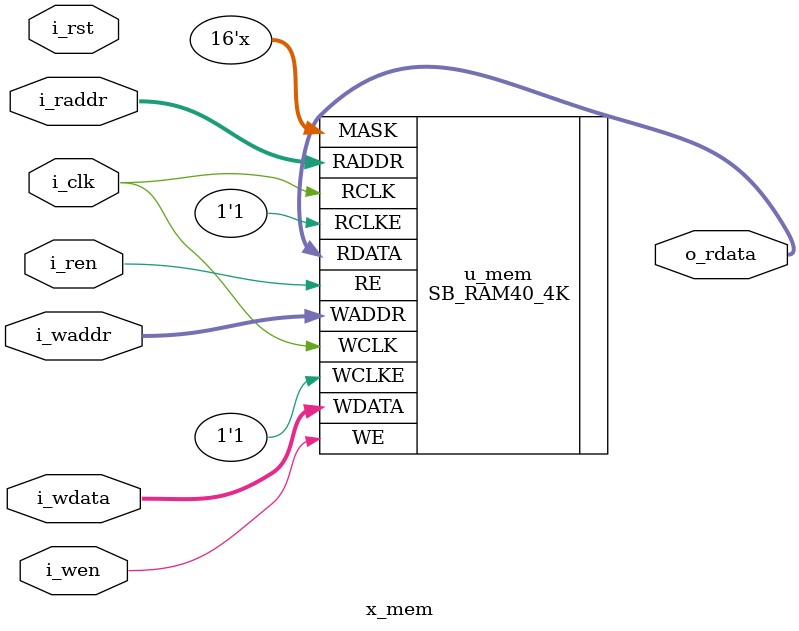
<source format=sv>
module x_mem (
   input    logic          i_rst,
   input    logic          i_clk, 
   input    logic          i_wen, 
   input    logic [7:0]    i_waddr,
   input    logic [15:0]   i_wdata, 
   input    logic          i_ren,
   input    logic [7:0]    i_raddr,
   output   logic [15:0]   o_rdata
);

`ifndef SIM

   SB_RAM40_4K #(
      .WRITE_MODE (32'sd0     ),
      .READ_MODE  (32'sd0     )
   ) u_mem (
      .MASK       (16'hxxxx   ),
      .RDATA      (o_rdata    ),
      .RADDR      (i_raddr    ),
      .RCLK       (i_clk      ),
      .RCLKE      (1'b1       ),
      .RE         (i_ren      ),
      .WADDR      (i_waddr    ),
      .WCLK       (i_clk      ),
      .WCLKE      (1'b1       ),
      .WDATA      (i_wdata    ),
      .WE         (i_wen      )
   );

`else

   logic [15:0] mem [255:0]; 
   
   always@(posedge i_clk or posedge i_rst) begin 
      if(i_rst)      o_rdata <= 16'hxxxx; 
      else begin
         if(i_ren)   o_rdata <= mem[i_raddr];
         else        o_rdata <= 16'hxxxx; 
      end
   end 
   
   always@(posedge i_clk) begin  
      if(i_wen) mem[i_waddr] <= i_wdata; 
   end

`endif

endmodule

</source>
